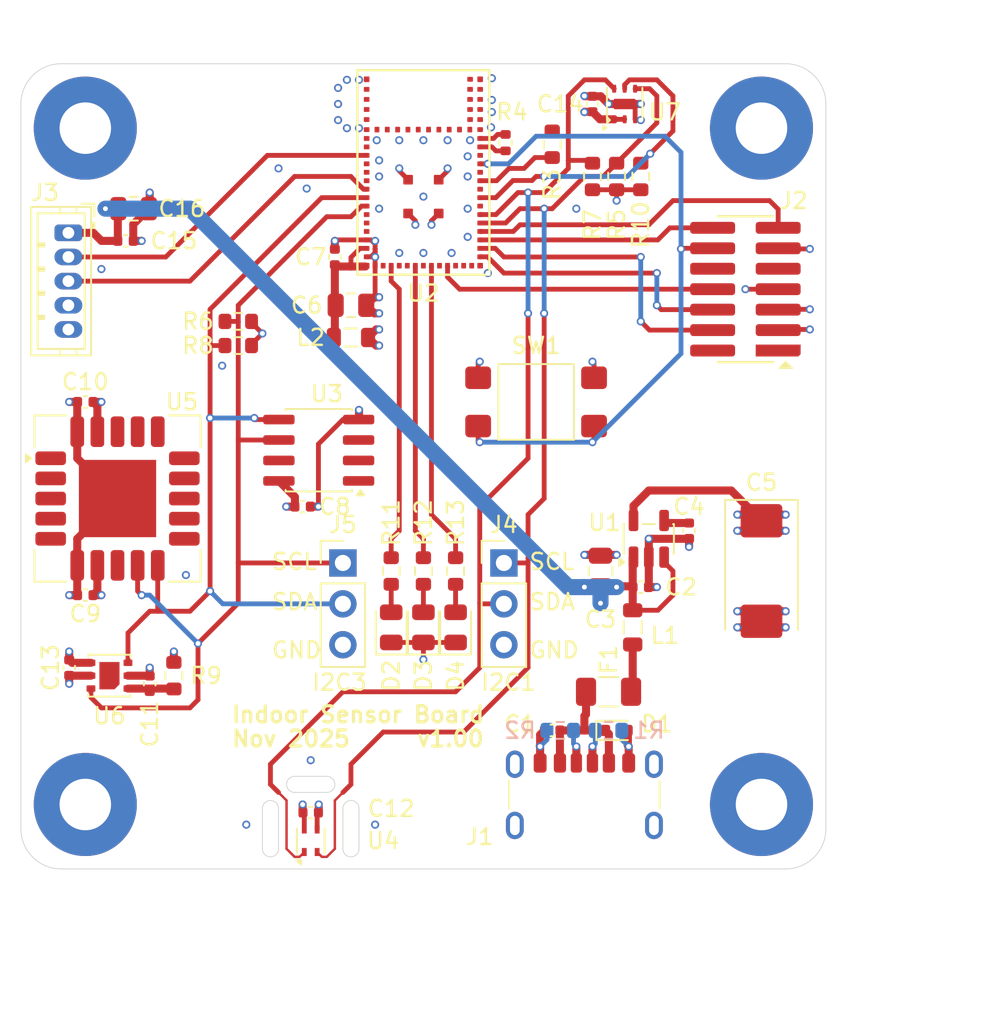
<source format=kicad_pcb>
(kicad_pcb (version 20241229) (generator "pcbnew") (generator_version "9.0")
  (layers (0 "F.Cu" signal) (4 "In1.Cu" power) (6 "In2.Cu" power) (2 "B.Cu" signal) (13 "F.Paste" user) (15 "B.Paste" user) (5 "F.SilkS" user "F.Silkscreen") (7 "B.SilkS" user "B.Silkscreen") (1 "F.Mask" user) (3 "B.Mask" user) (25 "Edge.Cuts" user))
  (net 0 "")
  (net 1 "/VBUS")
  (net 2 "+3.3V")
  (net 3 "GND")
  (net 4 "Net-(J1-CC1)")
  (net 5 "Net-(J1-CC2)")
  (net 15 "/MCU/VDD_MCU")
  (net 16 "/MCU/NRST")
  (net 17 "/MCU/VCP_TX")
  (net 18 "/MCU/SWDIO")
  (net 19 "/MCU/SWO")
  (net 20 "/MCU/SWCLK")
  (net 21 "/MCU/VCP_RX")
  (net 22 "/MCU/BOOT0")
  (net 23 "UART_MOSI")
  (net 24 "UART_MISO")
  (net 25 "Net-(U6-VDD)")
  (net 26 "/MCU/ANT")
  (net 27 "I2C3_SCL")
  (net 28 "I2C1_SDA")
  (net 29 "I2C3_SDA")
  (net 30 "I2C1_SCL")
  (net 32 "INT_ALS")
  (net 33 "+5V")
  (net 34 "Net-(F1-Pad2)")
  (net 35 "Net-(U2-ANT_IN)")
  (net 36 "Net-(U1-BP)")
  (net 58 "Net-(D2-A)")
  (net 59 "Net-(D3-A)")
  (net 60 "Net-(D4-A)")
  (net 61 "/MCU/LED0")
  (net 62 "/MCU/LED1")
  (net 63 "/MCU/LED2")
  (footprint "Capacitor_SMD:C_0402_1005Metric" (layer "F.Cu") (at 78 112.5 90)
    (property "Reference" "C13")
    (property "Value" "1u")
  )
  (footprint "MountingHole:MountingHole_3.2mm_M3_Pad" (layer "F.Cu") (at 121 79)
    (property "Reference" "H2" (hide yes))
    (property "Value" "M3" (hide yes))
  )
  (footprint "Capacitor_SMD:C_0402_1005Metric" (layer "F.Cu") (at 110.5 77.5 90)
    (property "Reference" "C14")
    (property "Value" "0.1u")
  )
  (footprint "Resistor_SMD:R_0603_1608Metric" (layer "F.Cu") (at 88.5 91 180)
    (property "Reference" "R6")
    (property "Value" "1.5k")
  )
  (footprint "Resistor_SMD:R_0603_1608Metric" (layer "F.Cu") (at 110.5 82 90)
    (property "Reference" "R5")
    (property "Value" "4.7k")
  )
  (footprint "Capacitor_SMD:C_0402_1005Metric" (layer "F.Cu") (at 79 96 180)
    (property "Reference" "C10")
    (property "Value" "0.1u")
  )
  (footprint "Connector_PinHeader_2.54mm:PinHeader_1x03_P2.54mm_Vertical" (layer "F.Cu") (at 95 106)
    (property "Reference" "J5")
    (property "Value" "Conn_01x03")
  )
  (footprint "Diode_SMD:D_SOD-523" (layer "F.Cu") (at 112 116.4)
    (property "Reference" "D1")
    (property "Value" "ESD5Z5.0")
  )
  (footprint "DWlib:STM32WBA5MMG" (layer "F.Cu") (at 100 81.75)
    (property "Reference" "U2")
    (property "Value" "STM32WBA5MMG")
  )
  (footprint "Inductor_SMD:L_0805_2012Metric" (layer "F.Cu") (at 113 110 90)
    (property "Reference" "L1")
    (property "Value" "600R")
  )
  (footprint "LED_SMD:LED_0805_2012Metric" (layer "F.Cu") (at 102 110 90)
    (property "Reference" "D4")
    (property "Value" "GRN")
  )
  (footprint "LED_SMD:LED_0805_2012Metric" (layer "F.Cu") (at 100 110 90)
    (property "Reference" "D3")
    (property "Value" "YEL")
  )
  (footprint "MountingHole:MountingHole_3.2mm_M3_Pad" (layer "F.Cu") (at 79 121)
    (property "Reference" "H3" (hide yes))
    (property "Value" "M3" (hide yes))
  )
  (footprint "DWlib:SAMTEC_FTSH-107-01-L-DV-K-A" (layer "F.Cu") (at 120 89 90)
    (property "Reference" "J2")
    (property "Value" "STDC14")
  )
  (footprint "Connector_USB:USB_C_Receptacle_GCT_USB4125-xx-x-0190_6P_TopMnt_Horizontal" (layer "F.Cu") (at 110 121.5)
    (property "Reference" "J1")
    (property "Value" "USB4125-GF-A")
  )
  (footprint "Sensor:Sensirion_SCD4x-1EP_10.1x10.1mm_P1.25mm_EP4.8x4.8mm" (layer "F.Cu") (at 81 102)
    (property "Reference" "U5")
    (property "Value" "SCD41-D-R2")
  )
  (footprint "Capacitor_SMD:C_0402_1005Metric" (layer "F.Cu") (at 94.5 87 90)
    (property "Reference" "C7")
    (property "Value" "0.1u")
  )
  (footprint "Capacitor_SMD:C_0805_2012Metric" (layer "F.Cu") (at 111 106.5 90)
    (property "Reference" "C3")
    (property "Value" "4.7u")
  )
  (footprint "Capacitor_SMD:C_0402_1005Metric" (layer "F.Cu") (at 83 113.5 90)
    (property "Reference" "C11")
    (property "Value" "1u")
  )
  (footprint "Resistor_SMD:R_0603_1608Metric" (layer "F.Cu") (at 98 106.5 -90)
    (property "Reference" "R11")
    (property "Value" "270R")
  )
  (footprint "DWlib:SW_Push_1P1T_NO_E-Switch_TL3305AFxxxQG" (layer "F.Cu") (at 107 96)
    (property "Reference" "SW1")
    (property "Value" "TL3305")
  )
  (footprint "Inductor_SMD:L_0805_2012Metric" (layer "F.Cu") (at 95.5 92 180)
    (property "Reference" "L2")
    (property "Value" "600R")
  )
  (footprint "DWlib:TI_USON-6-1EP_2x2mm_P0.5mm_EP0.65x1.35mm" (layer "F.Cu") (at 112.5 77.5 90)
    (property "Reference" "U7")
    (property "Value" "OPT4001DNPRQ1")
  )
  (footprint "Resistor_SMD:R_0603_1608Metric" (layer "F.Cu") (at 102 106.5 -90)
    (property "Reference" "R13")
    (property "Value" "270R")
  )
  (footprint "Capacitor_SMD:C_0402_1005Metric" (layer "F.Cu") (at 92.5 102.5)
    (property "Reference" "C8")
    (property "Value" "0.1u")
  )
  (footprint "MountingHole:MountingHole_3.2mm_M3_Pad" (layer "F.Cu") (at 79 79)
    (property "Reference" "H1" (hide yes))
    (property "Value" "M3" (hide yes))
  )
  (footprint "Capacitor_Tantalum_SMD:CP_EIA-7343-31_Kemet-D" (layer "F.Cu") (at 121 106.5 -90)
    (property "Reference" "C5")
    (property "Value" "47u")
  )
  (footprint "Capacitor_SMD:C_0402_1005Metric" (layer "F.Cu") (at 108 116.4 180)
    (property "Reference" "C1")
    (property "Value" "10n")
  )
  (footprint "Resistor_SMD:R_0603_1608Metric" (layer "F.Cu") (at 88.5 92.5 180)
    (property "Reference" "R8")
    (property "Value" "1.5k")
  )
  (footprint "Resistor_SMD:R_0603_1608Metric" (layer "F.Cu") (at 113.5 82 -90)
    (property "Reference" "R10")
    (property "Value" "10k")
  )
  (footprint "Sensor_Humidity:Sensirion_DFN-4_1.5x1.5mm_P0.8mm_SHT4x_NoCentralPad" (layer "F.Cu") (at 93 123.25 90)
    (property "Reference" "U4")
    (property "Value" "SHT45-AD1F")
  )
  (footprint "Fuse:Fuse_1206_3216Metric" (layer "F.Cu") (at 111.5 114)
    (property "Reference" "F1")
    (property "Value" "500mA")
  )
  (footprint "Resistor_SMD:R_0603_1608Metric" (layer "F.Cu") (at 84.5 113 -90)
    (property "Reference" "R9")
    (property "Value" "4.7R")
  )
  (footprint "Package_SO:SOIC-8_3.9x4.9mm_P1.27mm" (layer "F.Cu") (at 93.5 99 180)
    (property "Reference" "U3")
    (property "Value" "FM24CL16B")
  )
  (footprint "DWlib:Sensirion_DFN-6-1EP_2.44x2.44mm_P0.5mm_EP1.25x1.7mm_SGP4x" (layer "F.Cu") (at 80.5 113 180)
    (property "Reference" "U6")
    (property "Value" "SGP41")
  )
  (footprint "Capacitor_SMD:C_0402_1005Metric" (layer "F.Cu") (at 116.5 104 -90)
    (property "Reference" "C4")
    (property "Value" "470p")
  )
  (footprint "Capacitor_SMD:C_0402_1005Metric" (layer "F.Cu") (at 79 108 180)
    (property "Reference" "C9")
    (property "Value" "0.1u")
  )
  (footprint "Resistor_SMD:R_0603_1608Metric" (layer "F.Cu") (at 112 82 90)
    (property "Reference" "R7")
    (property "Value" "4.7k")
  )
  (footprint "Capacitor_SMD:C_0402_1005Metric" (layer "F.Cu") (at 81.5 86)
    (property "Reference" "C15")
    (property "Value" "0.1u")
  )
  (footprint "Package_TO_SOT_SMD:SOT-23-5" (layer "F.Cu") (at 114 104.5 90)
    (property "Reference" "U1")
    (property "Value" "MIC5219-3.3YM5")
  )
  (footprint "Resistor_SMD:R_0603_1608Metric" (layer "F.Cu") (at 108 80 90)
    (property "Reference" "R3")
    (property "Value" "10k")
  )
  (footprint "Capacitor_SMD:C_0805_2012Metric" (layer "F.Cu") (at 82 84)
    (property "Reference" "C16")
    (property "Value" "4.7u")
  )
  (footprint "Capacitor_SMD:C_0402_1005Metric" (layer "F.Cu") (at 113.5 107.5)
    (property "Reference" "C2")
    (property "Value" "0.1u")
  )
  (footprint "Connector_PinHeader_2.54mm:PinHeader_1x03_P2.54mm_Vertical" (layer "F.Cu") (at 105 106)
    (property "Reference" "J4")
    (property "Value" "Conn_01x03")
  )
  (footprint "Resistor_SMD:R_0603_1608Metric" (layer "F.Cu") (at 100 106.5 -90)
    (property "Reference" "R12")
    (property "Value" "270R")
  )
  (footprint "Capacitor_SMD:C_0805_2012Metric" (layer "F.Cu") (at 95.5 90)
    (property "Reference" "C6")
    (property "Value" "4.7u")
  )
  (footprint "Capacitor_SMD:C_0402_1005Metric" (layer "F.Cu") (at 93 121.5 180)
    (property "Reference" "C12")
    (property "Value" "0.1u")
  )
  (footprint "MountingHole:MountingHole_3.2mm_M3_Pad" (layer "F.Cu") (at 121 121)
    (property "Reference" "H4" (hide yes))
    (property "Value" "M3" (hide yes))
  )
  (footprint "LED_SMD:LED_0805_2012Metric" (layer "F.Cu") (at 98 110 90)
    (property "Reference" "D2")
    (property "Value" "RED")
  )
  (footprint "Resistor_SMD:R_0402_1005Metric" (layer "F.Cu") (at 105.1 79.9 90)
    (property "Reference" "R4")
    (property "Value" "0R")
  )
  (footprint "Connector_JST:JST_ZH_B5B-ZR_1x05_P1.50mm_Vertical" (layer "F.Cu") (at 77.95 85.5 -90)
    (property "Reference" "J3")
    (property "Value" "B5B-ZR")
  )
  (footprint "Resistor_SMD:R_0603_1608Metric" (layer "B.Cu") (at 108.5 116.4 180)
    (property "Reference" "R2")
    (property "Value" "5.1k")
  )
  (footprint "Resistor_SMD:R_0603_1608Metric" (layer "B.Cu") (at 111.5 116.4)
    (property "Reference" "R1")
    (property "Value" "5.1k")
  )
  (gr_line (start 90 121.25) (end 90 123.75) (stroke (width 0.05)) (layer "Edge.Cuts"))
  (gr_line (start 122.5 125) (end 77.5 125) (stroke (width 0.05)) (layer "Edge.Cuts"))
  (gr_line (start 92 119.25) (end 94 119.25) (stroke (width 0.05)) (layer "Edge.Cuts"))
  (gr_line (start 92 120.25) (end 94 120.25) (stroke (width 0.05)) (layer "Edge.Cuts"))
  (gr_arc (start 122.5 75) (mid 124.267767 75.732233) (end 125 77.5) (stroke (width 0.05)) (layer "Edge.Cuts"))
  (gr_arc (start 96 123.75) (mid 95.5 124.25) (end 95 123.75) (stroke (width 0.05)) (layer "Edge.Cuts"))
  (gr_arc (start 77.5 125) (mid 75.732233 124.267767) (end 75 122.5) (stroke (width 0.05)) (layer "Edge.Cuts"))
  (gr_line (start 96 121.25) (end 96 123.75) (stroke (width 0.05)) (layer "Edge.Cuts"))
  (gr_arc (start 94 119.25) (mid 94.5 119.75) (end 94 120.25) (stroke (width 0.05)) (layer "Edge.Cuts"))
  (gr_line (start 125 77.5) (end 125 122.5) (stroke (width 0.05)) (layer "Edge.Cuts"))
  (gr_arc (start 75 77.5) (mid 75.732233 75.732233) (end 77.5 75) (stroke (width 0.05)) (layer "Edge.Cuts"))
  (gr_line (start 77.5 75) (end 122.5 75) (stroke (width 0.05)) (layer "Edge.Cuts"))
  (gr_arc (start 91 123.75) (mid 90.5 124.25) (end 90 123.75) (stroke (width 0.05)) (layer "Edge.Cuts"))
  (gr_arc (start 95 121.25) (mid 95.5 120.75) (end 96 121.25) (stroke (width 0.05)) (layer "Edge.Cuts"))
  (gr_line (start 91 121.25) (end 91 123.75) (stroke (width 0.05)) (layer "Edge.Cuts"))
  (gr_arc (start 90 121.25) (mid 90.5 120.75) (end 91 121.25) (stroke (width 0.05)) (layer "Edge.Cuts"))
  (gr_arc (start 125 122.5) (mid 124.267767 124.267767) (end 122.5 125) (stroke (width 0.05)) (layer "Edge.Cuts"))
  (gr_arc (start 92 120.25) (mid 91.5 119.75) (end 92 119.25) (stroke (width 0.05)) (layer "Edge.Cuts"))
  (gr_line (start 75 122.5) (end 75 77.5) (stroke (width 0.05)) (layer "Edge.Cuts"))
  (gr_line (start 95 121.25) (end 95 123.75) (stroke (width 0.05)) (layer "Edge.Cuts"))
  (gr_text "SDA" (at 90.5 109 0) (layer "F.SilkS") (effects (font (size 1 1)) (justify left bottom)))
  (gr_text "v1.00" (at 99.5 117.5 0) (layer "F.SilkS") (effects (font (size 1 1) (thickness 0.2)) (justify left bottom)))
  (gr_text "SDA" (at 106.5 109 0) (layer "F.SilkS") (effects (font (size 1 1)) (justify left bottom)))
  (gr_text "GND" (at 106.5 112 0) (layer "F.SilkS") (effects (font (size 1 1)) (justify left bottom)))
  (gr_text "I2C3" (at 93 114 0) (layer "F.SilkS") (effects (font (size 1 1)) (justify left bottom)))
  (gr_text "GND" (at 90.5 112 0) (layer "F.SilkS") (effects (font (size 1 1)) (justify left bottom)))
  (gr_text "Nov 2025" (at 88 117.5 0) (layer "F.SilkS") (effects (font (size 1 1) (thickness 0.2)) (justify left bottom)))
  (gr_text "I2C1" (at 103.5 114 0) (layer "F.SilkS") (effects (font (size 1 1)) (justify left bottom)))
  (gr_text "SCL" (at 90.5 106.5 0) (layer "F.SilkS") (effects (font (size 1 1)) (justify left bottom)))
  (gr_text "SCL" (at 106.5 106.5 0) (layer "F.SilkS") (effects (font (size 1 1)) (justify left bottom)))
  (gr_text "Indoor Sensor Board" (at 88 116 0) (layer "F.SilkS") (effects (font (size 1 1) (thickness 0.2)) (justify left bottom)))
  (segment (start 110.1 115.4) (end 110.1 114) (width 0.5) (layer "F.Cu") (net 1))
  (segment (start 111.3 116.4) (end 110 116.4) (width 0.5) (layer "F.Cu") (net 1))
  (segment (start 108.48 118.42) (end 108.48 116.4) (width 0.5) (layer "F.Cu") (net 1))
  (segment (start 111.52 116.62) (end 111.3 116.4) (width 0.5) (layer "F.Cu") (net 1))
  (segment (start 111.52 118.42) (end 111.52 116.62) (width 0.5) (layer "F.Cu") (net 1))
  (segment (start 110 115.5) (end 110.1 115.4) (width 0.5) (layer "F.Cu") (net 1))
  (segment (start 108.48 116.4) (end 110 116.4) (width 0.5) (layer "F.Cu") (net 1))
  (segment (start 110 116.4) (end 110 115.5) (width 0.5) (layer "F.Cu") (net 1))
  (segment (start 119.5 104) (end 122.5 104) (width 0.5) (layer "F.Cu") (net 2))
  (segment (start 112.5 78.45) (end 111.85 78.45) (width 0.3) (layer "F.Cu") (net 2))
  (segment (start 79.75 107.73) (end 79.48 108) (width 0.5) (layer "F.Cu") (net 2))
  (segment (start 93.4 122.55) (end 93.4 121.33) (width 0.3) (layer "F.Cu") (net 2))
  (segment (start 97.0625 91.5) (end 96.5625 92) (width 0.5) (layer "F.Cu") (net 2))
  (segment (start 114 101.5) (end 119.12 101.5) (width 0.5) (layer "F.Cu") (net 2))
  (segment (start 112 83.5) (end 112 82.825) (width 0.3) (layer "F.Cu") (net 2))
  (segment (start 110.02 77.98) (end 110.5 77.98) (width 0.5) (layer "F.Cu") (net 2))
  (segment (start 80 108) (end 79.48 108) (width 0.5) (layer "F.Cu") (net 2))
  (segment (start 113.05 103.3625) (end 113.05 102.45) (width 0.5) (layer "F.Cu") (net 2))
  (segment (start 92.02 101.9) (end 91.025 100.905) (width 0.5) (layer "F.Cu") (net 2))
  (segment (start 110.5 77.98) (end 110.97 78.45) (width 0.5) (layer "F.Cu") (net 2))
  (segment (start 97.25 91.5) (end 97.0625 91.5) (width 0.5) (layer "F.Cu") (net 2))
  (segment (start 93.4 121.58) (end 93.48 121.5) (width 0.3) (layer "F.Cu") (net 2))
  (segment (start 89.325 92.425) (end 90 91.75) (width 0.3) (layer "F.Cu") (net 2))
  (segment (start 93.5 121.48) (end 93.48 121.5) (width 0.5) (layer "F.Cu") (net 2))
  (segment (start 124 91.5) (end 122.075 91.5) (width 0.3) (layer "F.Cu") (net 2))
  (segment (start 89.325 91.075) (end 90 91.75) (width 0.3) (layer "F.Cu") (net 2))
  (segment (start 93.5 121) (end 93.5 121.48) (width 0.5) (layer "F.Cu") (net 2))
  (segment (start 91.48 102.5) (end 92.02 102.5) (width 0.5) (layer "F.Cu") (net 2))
  (segment (start 78.02 113) (end 78 112.98) (width 0.5) (layer "F.Cu") (net 2))
  (segment (start 119.5 103) (end 122.5 103) (width 0.5) (layer "F.Cu") (net 2))
  (segment (start 79.75 97.85) (end 79.75 96.27) (width 0.5) (layer "F.Cu") (net 2))
  (segment (start 79.75 106.15) (end 79.75 107.73) (width 0.5) (layer "F.Cu") (net 2))
  (segment (start 122.075 91.5) (end 122.035 91.54) (width 0.3) (layer "F.Cu") (net 2))
  (segment (start 79.35 113) (end 78.02 113) (width 0.5) (layer "F.Cu") (net 2))
  (segment (start 78 113.5) (end 78 112.98) (width 0.5) (layer "F.Cu") (net 2))
  (segment (start 113.05 102.45) (end 114 101.5) (width 0.5) (layer "F.Cu") (net 2))
  (segment (start 97.25 92.5) (end 97.0625 92.5) (width 0.5) (layer "F.Cu") (net 2))
  (segment (start 97.0625 92.5) (end 96.5625 92) (width 0.5) (layer "F.Cu") (net 2))
  (segment (start 80 96) (end 79.48 96) (width 0.5) (layer "F.Cu") (net 2))
  (segment (start 119.12 101.5) (end 121 103.38) (width 0.5) (layer "F.Cu") (net 2))
  (segment (start 84.5 111.5) (end 84.5 112.175) (width 0.5) (layer "F.Cu") (net 2))
  (segment (start 110.97 78.45) (end 111.85 78.45) (width 0.5) (layer "F.Cu") (net 2))
  (segment (start 79.75 96.27) (end 79.48 96) (width 0.5) (layer "F.Cu") (net 2))
  (segment (start 110.5 82.825) (end 113.5 82.825) (width 0.3) (layer "F.Cu") (net 2))
  (segment (start 92.02 102.5) (end 92.02 101.9) (width 0.5) (layer "F.Cu") (net 2))
  (segment (start 110 78) (end 110.02 77.98) (width 0.5) (layer "F.Cu") (net 2))
  (via (at 80 108) (size 0.5) (drill 0.3) (layers "F.Cu" "B.Cu") (net 2))
  (via (at 119.5 103) (size 0.5) (drill 0.3) (layers "F.Cu" "B.Cu") (net 2))
  (via (at 97.25 92.5) (size 0.5) (drill 0.3) (layers "F.Cu" "B.Cu") (net 2))
  (via (at 122.5 103) (size 0.5) (drill 0.3) (layers "F.Cu" "B.Cu") (net 2))
  (via (at 119.5 104) (size 0.5) (drill 0.3) (layers "F.Cu" "B.Cu") (net 2))
  (via (at 93.5 121) (size 0.5) (drill 0.3) (layers "F.Cu" "B.Cu") (net 2))
  (via (at 97.25 91.5) (size 0.5) (drill 0.3) (layers "F.Cu" "B.Cu") (net 2))
  (via (at 110 78) (size 0.5) (drill 0.3) (layers "F.Cu" "B.Cu") (net 2))
  (via (at 124 91.5) (size 0.5) (drill 0.3) (layers "F.Cu" "B.Cu") (net 2))
  (via (at 91.48 102.5) (size 0.5) (drill 0.3) (layers "F.Cu" "B.Cu") (net 2))
  (via (at 112 83.5) (size 0.5) (drill 0.3) (layers "F.Cu" "B.Cu") (net 2))
  (via (at 84.5 111.5) (size 0.5) (drill 0.3) (layers "F.Cu" "B.Cu") (net 2))
  (via (at 78 113.5) (size 0.5) (drill 0.3) (layers "F.Cu" "B.Cu") (net 2))
  (via (at 80 96) (size 0.5) (drill 0.3) (layers "F.Cu" "B.Cu") (net 2))
  (via (at 90 91.75) (size 0.5) (drill 0.3) (layers "F.Cu" "B.Cu") (net 2))
  (via (at 122.5 104) (size 0.5) (drill 0.3) (layers "F.Cu" "B.Cu") (net 2))
  (segment (start 78.5 104.5) (end 81 102) (width 0.5) (layer "F.Cu") (net 3))
  (segment (start 122.055 90.25) (end 122.035 90.27) (width 0.3) (layer "F.Cu") (net 3))
  (segment (start 81.98 86) (end 81.98 84.97) (width 0.5) (layer "F.Cu") (net 3))
  (segment (start 78 111.5) (end 78 112.02) (width 0.5) (layer "F.Cu") (net 3))
  (segment (start 79.35 112.2) (end 78.18 112.2) (width 0.5) (layer "F.Cu") (net 3))
  (segment (start 100.5 84.75) (end 100.95 84.3) (width 0.3) (layer "F.Cu") (net 3))
  (segment (start 99.5 84.75) (end 99.05 84.3) (width 0.3) (layer "F.Cu") (net 3))
  (segment (start 110.6 94.5) (end 110.6 93.6) (width 0.3) (layer "F.Cu") (net 3))
  (segment (start 98.5 81.5) (end 98.5 81.65) (width 0.3) (layer "F.Cu") (net 3))
  (segment (start 124 86.5) (end 122.075 86.5) (width 0.3) (layer "F.Cu") (net 3))
  (segment (start 98.5 81.65) (end 99.05 82.2) (width 0.3) (layer "F.Cu") (net 3))
  (segment (start 113.15 78.45) (end 113.15 77.65) (width 0.3) (layer "F.Cu") (net 3))
  (segment (start 78 108) (end 78.52 108) (width 0.5) (layer "F.Cu") (net 3))
  (segment (start 97 87.54) (end 97 89.45) (width 0.3) (layer "F.Cu") (net 3))
  (segment (start 83 83.95) (end 82.95 84) (width 0.5) (layer "F.Cu") (net 3))
  (segment (start 112.75 118.42) (end 112.75 117.4) (width 0.5) (layer "F.Cu") (net 3))
  (segment (start 97.001 86.194724) (end 96.746276 85.94) (width 0.3) (layer "F.Cu") (net 3))
  (segment (start 96.746276 86.99) (end 97.001 86.735276) (width 0.3) (layer "F.Cu") (net 3))
  (segment (start 110.02 77.02) (end 110.5 77.02) (width 0.5) (layer "F.Cu") (net 3))
  (segment (start 78.18 112.2) (end 78 112.02) (width 0.5) (layer "F.Cu") (net 3))
  (segment (start 78 96) (end 78.52 96) (width 0.5) (layer "F.Cu") (net 3))
  (segment (start 111.02 77.02) (end 110.5 77.02) (width 0.5) (layer "F.Cu") (net 3))
  (segment (start 113.2 78.5) (end 113.15 78.45) (width 0.3) (layer "F.Cu") (net 3))
  (segment (start 114 104.5) (end 116.48 104.5) (width 0.5) (layer "F.Cu") (net 3))
  (segment (start 78.5 96.02) (end 78.52 96) (width 0.5) (layer "F.Cu") (net 3))
  (segment (start 97 89.45) (end 96.45 90) (width 0.3) (layer "F.Cu") (net 3))
  (segment (start 110.6 93.6) (end 110.5 93.5) (width 0.3) (layer "F.Cu") (net 3))
  (segment (start 111.5 77.5) (end 111.02 77.02) (width 0.5) (layer "F.Cu") (net 3))
  (segment (start 81.98 84.97) (end 82.95 84) (width 0.5) (layer "F.Cu") (net 3))
  (segment (start 99.5 85) (end 99.5 84.75) (width 0.3) (layer "F.Cu") (net 3))
  (segment (start 112.7 117.35) (end 112.75 117.4) (width 0.5) (layer "F.Cu") (net 3))
  (segment (start 81.65 113) (end 82.98 113) (width 0.5) (layer "F.Cu") (net 3))
  (segment (start 119.5 109) (end 122.5 109) (width 0.5) (layer "F.Cu") (net 3))
  (segment (start 113.5 77.5) (end 111.5 77.5) (width 0.5) (layer "F.Cu") (net 3))
  (segment (start 94.5 86) (end 94.5 86.52) (width 0.5) (layer "F.Cu") (net 3))
  (segment (start 96.475 86.99) (end 96.746276 86.99) (width 0.3) (layer "F.Cu") (net 3))
  (segment (start 97.25 89.5) (end 96.95 89.5) (width 0.5) (layer "F.Cu") (net 3))
  (segment (start 92.6 121.58) (end 92.52 121.5) (width 0.3) (layer "F.Cu") (net 3))
  (segment (start 78.5 107.98) (end 78.52 108) (width 0.5) (layer "F.Cu") (net 3))
  (segment (start 78.5 106.15) (end 78.5 107.98) (width 0.5) (layer "F.Cu") (net 3))
  (segment (start 100.5 85) (end 100.5 84.75) (width 0.3) (layer "F.Cu") (net 3))
  (segment (start 114.5 107.5) (end 113.98 107.5) (width 0.5) (layer "F.Cu") (net 3))
  (segment (start 96.746276 85.94) (end 96.475 85.94) (width 0.3) (layer "F.Cu") (net 3))
  (segment (start 78.5 99.5) (end 81 102) (width 0.5) (layer "F.Cu") (net 3))
  (segment (start 114 107.48) (end 113.98 107.5) (width 0.5) (layer "F.Cu") (net 3))
  (segment (start 97 87.54) (end 97 86.501) (width 0.3) (layer "F.Cu") (net 3))
  (segment (start 107.25 117.4) (end 107.25 116.67) (width 0.5) (layer "F.Cu") (net 3))
  (segment (start 120 89) (end 122.035 89) (width 0.3) (layer "F.Cu") (net 3))
  (segment (start 93.48 102.5) (end 93.48 98.615001) (width 0.3) (layer "F.Cu") (net 3))
  (segment (start 93.48 98.615001) (end 95.000001 97.095) (width 0.3) (layer "F.Cu") (net 3))
  (segment (start 112 105.5) (end 110 105.5) (width 0.5) (layer "F.Cu") (net 3))
  (segment (start 96 96.5) (end 96 97.07) (width 0.5) (layer "F.Cu") (net 3))
  (segment (start 92.5 121.48) (end 92.52 121.5) (width 0.5) (layer "F.Cu") (net 3))
  (segment (start 97.001 86.735276) (end 97.001 86.5) (width 0.3) (layer "F.Cu") (net 3))
  (segment (start 107.25 118.42) (end 107.25 117.4) (width 0.5) (layer "F.Cu") (net 3))
  (segment (start 82.98 113) (end 83 113.02) (width 0.5) (layer "F.Cu") (net 3))
  (segment (start 92.6 122.55) (end 92.6 121.33) (width 0.3) (layer "F.Cu") (net 3))
  (segment (start 96.95 90.5) (end 96.45 90) (width 0.5) (layer "F.Cu") (net 3))
  (segment (start 114 104.5) (end 114 107.48) (width 0.5) (layer "F.Cu") (net 3))
  (segment (start 103.4 94.5) (end 103.4 93.6) (width 0.3) (layer "F.Cu") (net 3))
  (segment (start 116.48 104.5) (end 116.5 104.48) (width 0.5) (layer "F.Cu") (net 3))
  (segment (start 95.000001 97.095) (end 95.975 97.095) (width 0.3) (layer "F.Cu") (net 3))
  (segment (start 78.5 97.85) (end 78.5 96.02) (width 0.5) (layer "F.Cu") (net 3))
  (segment (start 97 86.501) (end 97.001 86.5) (width 0.3) (layer "F.Cu") (net 3))
  (segment (start 113 77.5) (end 111.5 77.5) (width 0.3) (layer "F.Cu") (net 3))
  (segment (start 113.15 77.65) (end 113 77.5) (width 0.3) (layer "F.Cu") (net 3))
  (segment (start 107.25 116.67) (end 107.52 116.4) (width 0.5) (layer "F.Cu") (net 3))
  (segment (start 101.5 81.5) (end 101.5 81.65) (width 0.3) (layer "F.Cu") (net 3))
  (segment (start 96.475 85.94) (end 94.56 85.94) (width 0.3) (layer "F.Cu") (net 3))
  (segment (start 107.225 117.375) (end 107.25 117.4) (width 0.5) (layer "F.Cu") (net 3))
  (segment (start 113.5 78.5) (end 113.2 78.5) (width 0.3) (layer "F.Cu") (net 3))
  (segment (start 92.5 121) (end 92.5 121.48) (width 0.5) (layer "F.Cu") (net 3))
  (segment (start 110 77) (end 110.02 77.02) (width 0.5) (layer "F.Cu") (net 3))
  (segment (start 93.48 102.5) (end 92.98 102.5) (width 0.5) (layer "F.Cu") (net 3))
  (segment (start 119.5 110) (end 122.5 110) (width 0.5) (layer "F.Cu") (net 3))
  (segment (start 100 112) (end 100 110.9375) (width 0.3) (layer "F.Cu") (net 3))
  (segment (start 94.56 85.94) (end 94.5 86) (width 0.3) (layer "F.Cu") (net 3))
  (segment (start 97.25 90.5) (end 96.95 90.5) (width 0.5) (layer "F.Cu") (net 3))
  (segment (start 82.5 86) (end 81.98 86) (width 0.5) (layer "F.Cu") (net 3))
  (segment (start 96 97.07) (end 95.975 97.095) (width 0.5) (layer "F.Cu") (net 3))
  (segment (start 97.001 86.5) (end 97.001 86.194724) (width 0.3) (layer "F.Cu") (net 3))
  (segment (start 83 83) (end 83 83.95) (width 0.5) (layer "F.Cu") (net 3))
  (segment (start 96.95 89.5) (end 96.45 90) (width 0.5) (layer "F.Cu") (net 3))
  (segment (start 78.5 97.85) (end 78.5 99.5) (width 0.5) (layer "F.Cu") (net 3))
  (segment (start 112.7 116.4) (end 112.7 117.35) (width 0.5) (layer "F.Cu") (net 3))
  (segment (start 98 110.9375) (end 102 110.9375) (width 0.3) (layer "F.Cu") (net 3))
  (segment (start 78.5 106.15) (end 78.5 104.5) (width 0.5) (layer "F.Cu") (net 3))
  (segment (start 103.4 93.6) (end 103.5 93.5) (width 0.3) (layer "F.Cu") (net 3))
  (segment (start 124 90.25) (end 122.055 90.25) (width 0.3) (layer "F.Cu") (net 3))
  (segment (start 116.5 105) (end 116.5 104.48) (width 0.5) (layer "F.Cu") (net 3))
  (segment (start 101.5 81.65) (end 100.95 82.2) (width 0.3) (layer "F.Cu") (net 3))
  (segment (start 83 112.5) (end 83 113.02) (width 0.5) (layer "F.Cu") (net 3))
  (via (at 83 83) (size 0.5) (drill 0.3) (layers "F.Cu" "B.Cu") (net 3))
  (via (at 100 79.75) (size 0.5) (drill 0.3) (layers "F.Cu" "B.Cu") (net 3))
  (via (at 103.5 93.5) (size 0.5) (drill 0.3) (layers "F.Cu" "B.Cu") (net 3))
  (via (at 119.5 109) (size 0.5) (drill 0.3) (layers "F.Cu" "B.Cu") (net 3))
  (via (at 95.25 79) (size 0.5) (drill 0.3) (layers "F.Cu" "B.Cu") (net 3))
  (via (at 124 90.25) (size 0.5) (drill 0.3) (layers "F.Cu" "B.Cu") (net 3))
  (via (at 104 88) (size 0.5) (drill 0.3) (layers "F.Cu" "B.Cu") (net 3))
  (via (at 113.5 78.5) (size 0.5) (drill 0.3) (layers "F.Cu" "B.Cu") (net 3))
  (via (at 94.7 76.5) (size 0.5) (drill 0.3) (layers "F.Cu" "B.Cu") (net 3))
  (via (at 97 87) (size 0.5) (drill 0.3) (layers "F.Cu" "B.Cu") (net 3))
  (via (at 120 89) (size 0.5) (drill 0.3) (layers "F.Cu" "B.Cu") (net 3))
  (via (at 97.25 84) (size 0.5) (drill 0.3) (layers "F.Cu" "B.Cu") (net 3))
  (via (at 100 83.25) (size 0.5) (drill 0.3) (layers "F.Cu" "B.Cu") (net 3))
  (via (at 107.25 117.4) (size 0.5) (drill 0.3) (layers "F.Cu" "B.Cu") (net 3))
  (via (at 102.900001 79.749925) (size 0.5) (drill 0.3) (layers "F.Cu" "B.Cu") (net 3))
  (via (at 110 105.5) (size 0.5) (drill 0.3) (layers "F.Cu" "B.Cu") (net 3))
  (via (at 94.5 86) (size 0.5) (drill 0.3) (layers "F.Cu" "B.Cu") (net 3))
  (via (at 96 96.5) (size 0.5) (drill 0.3) (layers "F.Cu" "B.Cu") (net 3))
  (via (at 92.75 82.75) (size 0.5) (drill 0.3) (layers "F.Cu" "B.Cu") (net 3))
  (via (at 112.75 117.4) (size 0.5) (drill 0.3) (layers "F.Cu" "B.Cu") (net 3))
  (via (at 114.5 107.5) (size 0.5) (drill 0.3) (layers "F.Cu" "B.Cu") (net 3))
  (via (at 98.5 79.75) (size 0.5) (drill 0.3) (layers "F.Cu" "B.Cu") (net 3))
  (via (at 104.25 77.25) (size 0.5) (drill 0.3) (layers "F.Cu" "B.Cu") (net 3))
  (via (at 113.5 77.5) (size 0.5) (drill 0.3) (layers "F.Cu" "B.Cu") (net 3))
  (via (at 124 86.5) (size 0.5) (drill 0.3) (layers "F.Cu" "B.Cu") (net 3))
  (via (at 101.5 81.5) (size 0.5) (drill 0.3) (layers "F.Cu" "B.Cu") (net 3))
  (via (at 96 79) (size 0.5) (drill 0.3) (layers "F.Cu" "B.Cu") (net 3))
  (via (at 109.5 84) (size 0.5) (drill 0.3) (layers "F.Cu" "B.Cu") (net 3))
  (via (at 100 86.75) (size 0.5) (drill 0.3) (layers "F.Cu" "B.Cu") (net 3))
  (via (at 119.5 110) (size 0.5) (drill 0.3) (layers "F.Cu" "B.Cu") (net 3))
  (via (at 104.25 78) (size 0.5) (drill 0.3) (layers "F.Cu" "B.Cu") (net 3))
  (via (at 97.1 79.750003) (size 0.5) (drill 0.3) (layers "F.Cu" "B.Cu") (net 3))
  (via (at 110.5 93.5) (size 0.5) (drill 0.3) (layers "F.Cu" "B.Cu") (net 3))
  (via (at 111.5 77.5) (size 0.5) (drill 0.3) (layers "F.Cu" "B.Cu") (net 3))
  (via (at 91 81.5) (size 0.5) (drill 0.3) (layers "F.Cu" "B.Cu") (net 3))
  (via (at 104.25 75.899997) (size 0.5) (drill 0.3) (layers "F.Cu" "B.Cu") (net 3))
  (via (at 101.75 86.75) (size 0.5) (drill 0.3) (layers "F.Cu" "B.Cu") (net 3))
  (via (at 93 118.25) (size 0.5) (drill 0.3) (layers "F.Cu" "B.Cu") (net 3))
  (via (at 99.5 85) (size 0.5) (drill 0.3) (layers "F.Cu" "B.Cu") (net 3))
  (via (at 102.75 84) (size 0.5) (drill 0.3) (layers "F.Cu" "B.Cu") (net 3))
  (via (at 102.75 80.75) (size 0.5) (drill 0.3) (layers "F.Cu" "B.Cu") (net 3))
  (via (at 78 111.5) (size 0.5) (drill 0.3) (layers "F.Cu" "B.Cu") (net 3))
  (via (at 98.5 86.75) (size 0.5) (drill 0.3) (layers "F.Cu" "B.Cu") (net 3))
  (via (at 97.25 89.5) (size 0.5) (drill 0.3) (layers "F.Cu" "B.Cu") (net 3))
  (via (at 94.7 77.5) (size 0.5) (drill 0.3) (layers "F.Cu" "B.Cu") (net 3))
  (via (at 92.5 121) (size 0.5) (drill 0.3) (layers "F.Cu" "B.Cu") (net 3))
  (via (at 94.7 78.5) (size 0.5) (drill 0.3) (layers "F.Cu" "B.Cu") (net 3))
  (via (at 97 86) (size 0.5) (drill 0.3) (layers "F.Cu" "B.Cu") (net 3))
  (via (at 97.25 81) (size 0.5) (drill 0.3) (layers "F.Cu" "B.Cu") (net 3))
  (via (at 100 112) (size 0.5) (drill 0.3) (layers "F.Cu" "B.Cu") (net 3))
  (via (at 93.48 102.5) (size 0.5) (drill 0.3) (layers "F.Cu" "B.Cu") (net 3))
  (via (at 96 76) (size 0.5) (drill 0.3) (layers "F.Cu" "B.Cu") (net 3))
  (via (at 122.5 109) (size 0.5) (drill 0.3) (layers "F.Cu" "B.Cu") (net 3))
  (via (at 97 122.25) (size 0.5) (drill 0.3) (layers "F.Cu" "B.Cu") (net 3))
  (via (at 87.5 93.75) (size 0.5) (drill 0.3) (layers "F.Cu" "B.Cu") (net 3))
  (via (at 116.5 105) (size 0.5) (drill 0.3) (layers "F.Cu" "B.Cu") (net 3))
  (via (at 122.5 110) (size 0.5) (drill 0.3) (layers "F.Cu" "B.Cu") (net 3))
  (via (at 95.25 76) (size 0.5) (drill 0.3) (layers "F.Cu" "B.Cu") (net 3))
  (via (at 102.75 85.75) (size 0.5) (drill 0.3) (layers "F.Cu" "B.Cu") (net 3))
  (via (at 110 77) (size 0.5) (drill 0.3) (layers "F.Cu" "B.Cu") (net 3))
  (via (at 102.75 82) (size 0.5) (drill 0.3) (layers "F.Cu" "B.Cu") (net 3))
  (via (at 89 122.25) (size 0.5) (drill 0.3) (layers "F.Cu" "B.Cu") (net 3))
  (via (at 104.203031 78.949117) (size 0.5) (drill 0.3) (layers "F.Cu" "B.Cu") (net 3))
  (via (at 114 104.5) (size 0.5) (drill 0.3) (layers "F.Cu" "B.Cu") (net 3))
  (via (at 100.5 85) (size 0.5) (drill 0.3) (layers "F.Cu" "B.Cu") (net 3))
  (via (at 78 108) (size 0.5) (drill 0.3) (layers "F.Cu" "B.Cu") (net 3))
  (via (at 98.5 81.5) (size 0.5) (drill 0.3) (layers "F.Cu" "B.Cu") (net 3))
  (via (at 112 105.5) (size 0.5) (drill 0.3) (layers "F.Cu" "B.Cu") (net 3))
  (via (at 97.25 82) (size 0.5) (drill 0.3) (layers "F.Cu" "B.Cu") (net 3))
  (via (at 82.5 86) (size 0.5) (drill 0.3) (layers "F.Cu" "B.Cu") (net 3))
  (via (at 78 96) (size 0.5) (drill 0.3) (layers "F.Cu" "B.Cu") (net 3))
  (via (at 85.25 106.75) (size 0.5) (drill 0.3) (layers "F.Cu" "B.Cu") (net 3))
  (via (at 83 112.5) (size 0.5) (drill 0.3) (layers "F.Cu" "B.Cu") (net 3))
  (via (at 80 87.75) (size 0.5) (drill 0.3) (layers "F.Cu" "B.Cu") (net 3))
  (via (at 101.5 79.75) (size 0.5) (drill 0.3) (layers "F.Cu" "B.Cu") (net 3))
  (via (at 97.25 90.5) (size 0.5) (drill 0.3) (layers "F.Cu" "B.Cu") (net 3))
  (segment (start 107.675 116.975) (end 107.25 117.4) (width 0.3) (layer "B.Cu") (net 3))
  (segment (start 112.325 116.4) (end 112.325 116.975) (width 0.3) (layer "B.Cu") (net 3))
  (segment (start 112.325 116.975) (end 112.75 117.4) (width 0.3) (layer "B.Cu") (net 3))
  (segment (start 107.675 116.4) (end 107.675 116.975) (width 0.3) (layer "B.Cu") (net 3))
  (segment (start 109.5 118.42) (end 109.5 117.4) (width 0.5) (layer "F.Cu") (net 4))
  (via (at 109.5 117.4) (size 0.5) (drill 0.3) (layers "F.Cu" "B.Cu") (net 4))
  (segment (start 109.325 116.4) (end 109.325 117.225) (width 0.3) (layer "B.Cu") (net 4))
  (segment (start 109.325 117.225) (end 109.5 117.4) (width 0.3) (layer "B.Cu") (net 4))
  (segment (start 110.5 118.42) (end 110.5 117.4) (width 0.5) (layer "F.Cu") (net 5))
  (via (at 110.5 117.4) (size 0.5) (drill 0.3) (layers "F.Cu" "B.Cu") (net 5))
  (segment (start 110.675 116.4) (end 110.675 117.225) (width 0.3) (layer "B.Cu") (net 5))
  (segment (start 110.675 117.225) (end 110.5 117.4) (width 0.3) (layer "B.Cu") (net 5))
  (segment (start 94.5 87.48) (end 94.611 87.591) (width 0.5) (layer "F.Cu") (net 15))
  (segment (start 96.062302 86.465) (end 96.475 86.465) (width 0.3) (layer "F.Cu") (net 15))
  (segment (start 94.5 91.9375) (end 94.4375 92) (width 0.5) (layer "F.Cu") (net 15))
  (segment (start 95.5 87.591) (end 95.5 87.027302) (width 0.3) (layer "F.Cu") (net 15))
  (segment (start 95.5 87.591) (end 96.399 87.591) (width 0.5) (layer "F.Cu") (net 15))
  (segment (start 94.611 87.591) (end 95.5 87.591) (width 0.5) (layer "F.Cu") (net 15))
  (segment (start 94.5 87.48) (end 94.5 91.9375) (width 0.5) (layer "F.Cu") (net 15))
  (segment (start 95.5 87.027302) (end 96.062302 86.465) (width 0.3) (layer "F.Cu") (net 15))
  (segment (start 117.965 86.46) (end 116.04 86.46) (width 0.3) (layer "F.Cu") (net 16))
  (segment (start 103.4 98.4) (end 103.5 98.5) (width 0.3) (layer "F.Cu") (net 16))
  (segment (start 104 81.215) (end 103.525 81.215) (width 0.3) (layer "F.Cu") (net 16))
  (segment (start 110.6 98.4) (end 110.5 98.5) (width 0.3) (layer "F.Cu") (net 16))
  (segment (start 110.6 97.5) (end 110.6 98.4) (width 0.3) (layer "F.Cu") (net 16))
  (segment (start 103.4 97.5) (end 103.4 98.4) (width 0.3) (layer "F.Cu") (net 16))
  (segment (start 116.04 86.46) (end 116 86.5) (width 0.3) (layer "F.Cu") (net 16))
  (via (at 103.5 98.5) (size 0.5) (drill 0.3) (layers "F.Cu" "B.Cu") (net 16))
  (via (at 104 81.215) (size 0.5) (drill 0.3) (layers "F.Cu" "B.Cu") (net 16))
  (via (at 110.5 98.5) (size 0.5) (drill 0.3) (layers "F.Cu" "B.Cu") (net 16))
  (via (at 116 86.5) (size 0.5) (drill 0.3) (layers "F.Cu" "B.Cu") (net 16))
  (segment (start 107 79.5) (end 115 79.5) (width 0.3) (layer "B.Cu") (net 16))
  (segment (start 116 80.5) (end 116 86.5) (width 0.3) (layer "B.Cu") (net 16))
  (segment (start 116 86.5) (end 116 93) (width 0.3) (layer "B.Cu") (net 16))
  (segment (start 105.285 81.215) (end 107 79.5) (width 0.3) (layer "B.Cu") (net 16))
  (segment (start 116 93) (end 110.5 98.5) (width 0.3) (layer "B.Cu") (net 16))
  (segment (start 103.5 98.5) (end 110.5 98.5) (width 0.3) (layer "B.Cu") (net 16))
  (segment (start 104 81.215) (end 105.285 81.215) (width 0.3) (layer "B.Cu") (net 16))
  (segment (start 115 79.5) (end 116 80.5) (width 0.3) (layer "B.Cu") (net 16))
  (segment (start 103.525 85.94) (end 114.56 85.94) (width 0.3) (layer "F.Cu") (net 17))
  (segment (start 115.31 85.19) (end 117.965 85.19) (width 0.3) (layer "F.Cu") (net 17))
  (segment (start 114.56 85.94) (end 115.31 85.19) (width 0.3) (layer "F.Cu") (net 17))
  (segment (start 114.04 91.54) (end 117.965 91.54) (width 0.3) (layer "F.Cu") (net 18))
  (segment (start 113.5 87) (end 105 87) (width 0.3) (layer "F.Cu") (net 18))
  (segment (start 105 87) (end 104.465 86.465) (width 0.3) (layer "F.Cu") (net 18))
  (segment (start 113.5 91) (end 114.04 91.54) (width 0.3) (layer "F.Cu") (net 18))
  (segment (start 104.465 86.465) (end 103.525 86.465) (width 0.3) (layer "F.Cu") (net 18))
  (via (at 113.5 91) (size 0.5) (drill 0.3) (layers "F.Cu" "B.Cu") (net 18))
  (via (at 113.5 87) (size 0.5) (drill 0.3) (layers "F.Cu" "B.Cu") (net 18))
  (segment (start 113.5 87) (end 113.5 91) (width 0.3) (layer "B.Cu") (net 18))
  (segment (start 102.25 89) (end 101.5 88.25) (width 0.3) (layer "F.Cu") (net 19))
  (segment (start 117.965 89) (end 102.25 89) (width 0.3) (layer "F.Cu") (net 19))
  (segment (start 101.5 88.25) (end 101.5 87.54) (width 0.3) (layer "F.Cu") (net 19))
  (segment (start 114.5 88) (end 105 88) (width 0.3) (layer "F.Cu") (net 20))
  (segment (start 114.5 90) (end 114.77 90.27) (width 0.3) (layer "F.Cu") (net 20))
  (segment (start 114.77 90.27) (end 117.965 90.27) (width 0.3) (layer "F.Cu") (net 20))
  (segment (start 103.99 86.99) (end 103.525 86.99) (width 0.3) (layer "F.Cu") (net 20))
  (segment (start 105 88) (end 103.99 86.99) (width 0.3) (layer "F.Cu") (net 20))
  (via (at 114.5 88) (size 0.5) (drill 0.3) (layers "F.Cu" "B.Cu") (net 20))
  (via (at 114.5 90) (size 0.5) (drill 0.3) (layers "F.Cu" "B.Cu") (net 20))
  (segment (start 114.5 88) (end 114.5 90) (width 0.3) (layer "B.Cu") (net 20))
  (segment (start 115.5 83.5) (end 121.5 83.5) (width 0.3) (layer "F.Cu") (net 21))
  (segment (start 114 85) (end 115.5 83.5) (width 0.3) (layer "F.Cu") (net 21))
  (segment (start 105.585 85.415) (end 106 85) (width 0.3) (layer "F.Cu") (net 21))
  (segment (start 121.5 83.5) (end 122.035 84.035) (width 0.3) (layer "F.Cu") (net 21))
  (segment (start 103.525 85.415) (end 105.585 85.415) (width 0.3) (layer "F.Cu") (net 21))
  (segment (start 122.035 84.035) (end 122.035 85.19) (width 0.3) (layer "F.Cu") (net 21))
  (segment (start 106 85) (end 114 85) (width 0.3) (layer "F.Cu") (net 21))
  (segment (start 106.925 80.825) (end 108 80.825) (width 0.3) (layer "F.Cu") (net 22))
  (segment (start 106.25 81.5) (end 106.925 80.825) (width 0.3) (layer "F.Cu") (net 22))
  (segment (start 105.3125 81.5) (end 106.25 81.5) (width 0.3) (layer "F.Cu") (net 22))
  (segment (start 104.5475 82.265) (end 105.3125 81.5) (width 0.3) (layer "F.Cu") (net 22))
  (segment (start 103.525 82.265) (end 104.5475 82.265) (width 0.3) (layer "F.Cu") (net 22))
  (segment (start 90.31 80.69) (end 96.475 80.69) (width 0.3) (layer "F.Cu") (net 23))
  (segment (start 84 87) (end 90.31 80.69) (width 0.3) (layer "F.Cu") (net 23))
  (segment (start 77.95 87) (end 84 87) (width 0.3) (layer "F.Cu") (net 23))
  (segment (start 95.5 82) (end 92 82) (width 0.3) (layer "F.Cu") (net 24))
  (segment (start 96.274434 82.79) (end 95.5 82.015566) (width 0.3) (layer "F.Cu") (net 24))
  (segment (start 95.5 82.015566) (end 95.5 82) (width 0.3) (layer "F.Cu") (net 24))
  (segment (start 85.5 88.5) (end 77.95 88.5) (width 0.3) (layer "F.Cu") (net 24))
  (segment (start 92 82) (end 85.5 88.5) (width 0.3) (layer "F.Cu") (net 24))
  (segment (start 96.475 82.79) (end 96.274434 82.79) (width 0.3) (layer "F.Cu") (net 24))
  (segment (start 81.65 113.8) (end 84.475 113.8) (width 0.5) (layer "F.Cu") (net 25))
  (segment (start 84.475 113.8) (end 84.5 113.825) (width 0.5) (layer "F.Cu") (net 25))
  (segment (start 103.525 80.165) (end 104.255 80.165) (width 0.3) (layer "F.Cu") (net 26))
  (segment (start 104.255 80.165) (end 104.5 80.41) (width 0.3) (layer "F.Cu") (net 26))
  (segment (start 105.1 80.41) (end 104.5 80.41) (width 0.3) (layer "F.Cu") (net 26))
  (segment (start 86 111) (end 88.5 108.5) (width 0.3) (layer "F.Cu") (net 27))
  (segment (start 88.5 91) (end 88.5 90) (width 0.3) (layer "F.Cu") (net 27))
  (segment (start 85.5 115) (end 80 115) (width 0.3) (layer "F.Cu") (net 27))
  (segment (start 95.5 84.5) (end 96.16 83.84) (width 0.3) (layer "F.Cu") (net 27))
  (segment (start 86 114.5) (end 85.5 115) (width 0.3) (layer "F.Cu") (net 27))
  (segment (start 87.675 91) (end 88.5 91) (width 0.3) (layer "F.Cu") (net 27))
  (segment (start 94 84.5) (end 95.5 84.5) (width 0.3) (layer "F.Cu") (net 27))
  (segment (start 80 115) (end 79.35 114.35) (width 0.3) (layer "F.Cu") (net 27))
  (segment (start 88.5 108.5) (end 88.5 106) (width 0.3) (layer "F.Cu") (net 27))
  (segment (start 86 111) (end 86 114.5) (width 0.3) (layer "F.Cu") (net 27))
  (segment (start 79.35 114.35) (end 79.35 113.8) (width 0.3) (layer "F.Cu") (net 27))
  (segment (start 96.16 83.84) (end 96.475 83.84) (width 0.3) (layer "F.Cu") (net 27))
  (segment (start 88.5 106) (end 88.5 91) (width 0.3) (layer "F.Cu") (net 27))
  (segment (start 91.025 98.365) (end 88.5 98.365) (width 0.3) (layer "F.Cu") (net 27))
  (segment (start 88.5 90) (end 94 84.5) (width 0.3) (layer "F.Cu") (net 27))
  (segment (start 95 106) (end 88.5 106) (width 0.3) (layer "F.Cu") (net 27))
  (segment (start 82.25 107.75) (end 82.5 108) (width 0.3) (layer "F.Cu") (net 27))
  (segment (start 82.25 106.15) (end 82.25 107.75) (width 0.3) (layer "F.Cu") (net 27))
  (via (at 86 111) (size 0.5) (drill 0.3) (layers "F.Cu" "B.Cu") (net 27))
  (via (at 82.5 108) (size 0.5) (drill 0.3) (layers "F.Cu" "B.Cu") (net 27))
  (segment (start 83 108) (end 82.5 108) (width 0.3) (layer "B.Cu") (net 27))
  (segment (start 86 111) (end 83 108) (width 0.3) (layer "B.Cu") (net 27))
  (segment (start 111.85 76.55) (end 111.3 76) (width 0.3) (layer "F.Cu") (net 28))
  (segment (start 92 124.25) (end 92.30748 124.25) (width 0.15) (layer "F.Cu") (net 28))
  (segment (start 91 120.25) (end 91.5 120.75) (width 0.15) (layer "F.Cu") (net 28))
  (segment (start 104.51 84.365) (end 103.525 84.365) (width 0.3) (layer "F.Cu") (net 28))
  (segment (start 91.5 123.75) (end 92 124.25) (width 0.15) (layer "F.Cu") (net 28))
  (segment (start 103.5 108.5) (end 103.5 112.5) (width 0.3) (layer "F.Cu") (net 28))
  (segment (start 107.5 83) (end 109 81.5) (width 0.3) (layer "F.Cu") (net 28))
  (segment (start 103.5 112.5) (end 102 114) (width 0.3) (layer "F.Cu") (net 28))
  (segment (start 110 76) (end 109 77) (width 0.3) (layer "F.Cu") (net 28))
  (segment (start 106.5 83) (end 105.875 83) (width 0.3) (layer "F.Cu") (net 28))
  (segment (start 90.5 118.5) (end 90.5 119.75) (width 0.3) (layer "F.Cu") (net 28))
  (segment (start 109 81) (end 110.325 81) (width 0.3) (layer "F.Cu") (net 28))
  (segment (start 102 114) (end 95 114) (width 0.3) (layer "F.Cu") (net 28))
  (segment (start 110.325 81) (end 110.5 81.175) (width 0.3) (layer "F.Cu") (net 28))
  (segment (start 103.5 102.5) (end 103.5 108.5) (width 0.3) (layer "F.Cu") (net 28))
  (segment (start 91.5 120.75) (end 91.5 123.75) (width 0.15) (layer "F.Cu") (net 28))
  (segment (start 105.875 83) (end 104.51 84.365) (width 0.3) (layer "F.Cu") (net 28))
  (segment (start 105 108.54) (end 103.54 108.54) (width 0.3) (layer "F.Cu") (net 28))
  (segment (start 109 77) (end 109 81) (width 0.3) (layer "F.Cu") (net 28))
  (segment (start 103.54 108.54) (end 103.5 108.5) (width 0.3) (layer "F.Cu") (net 28))
  (segment (start 95 114) (end 90.5 118.5) (width 0.3) (layer "F.Cu") (net 28))
  (segment (start 106.5 90.5) (end 106.5 99.5) (width 0.3) (layer "F.Cu") (net 28))
  (segment (start 106.5 83) (end 107.5 83) (width 0.3) (layer "F.Cu") (net 28))
  (segment (start 109 81.5) (end 109 81) (width 0.3) (layer "F.Cu") (net 28))
  (segment (start 106.5 99.5) (end 103.5 102.5) (width 0.3) (layer "F.Cu") (net 28))
  (segment (start 111.3 76) (end 110 76) (width 0.3) (layer "F.Cu") (net 28))
  (segment (start 92.6 123.95748) (end 92.6 123.95) (width 0.15) (layer "F.Cu") (net 28))
  (segment (start 92.30748 124.25) (end 92.6 123.95748) (width 0.15) (layer "F.Cu") (net 28))
  (segment (start 90.5 119.75) (end 91 120.25) (width 0.3) (layer "F.Cu") (net 28))
  (via (at 106.5 83) (size 0.5) (drill 0.3) (layers "F.Cu" "B.Cu") (net 28))
  (via (at 106.5 90.5) (size 0.5) (drill 0.3) (layers "F.Cu" "B.Cu") (net 28))
  (segment (start 106.5 83) (end 106.5 90.5) (width 0.3) (layer "B.Cu") (net 28))
  (segment (start 89.595 97.095) (end 89.5 97) (width 0.3) (layer "F.Cu") (net 29))
  (segment (start 86.75 90.25) (end 86.75 92.5) (width 0.3) (layer "F.Cu") (net 29))
  (segment (start 83 109) (end 81.65 110.35) (width 0.3) (layer "F.Cu") (net 29))
  (segment (start 83.5 106.15) (end 83.5 109) (width 0.3) (layer "F.Cu") (net 29))
  (segment (start 96.475 83.315) (end 93.685 83.315) (width 0.3) (layer "F.Cu") (net 29))
  (segment (start 83.5 109) (end 83 109) (width 0.3) (layer "F.Cu") (net 29))
  (segment (start 93.685 83.315) (end 86.75 90.25) (width 0.3) (layer "F.Cu") (net 29))
  (segment (start 81.65 110.35) (end 81.65 112.2) (width 0.3) (layer "F.Cu") (net 29))
  (segment (start 86.75 97) (end 86.75 92.5) (width 0.3) (layer "F.Cu") (net 29))
  (segment (start 87.675 92.5) (end 86.75 92.5) (width 0.3) (layer "F.Cu") (net 29))
  (segment (start 85.5 109) (end 83.5 109) (width 0.3) (layer "F.Cu") (net 29))
  (segment (start 86.75 97) (end 86.75 107.75) (width 0.3) (layer "F.Cu") (net 29))
  (segment (start 91.025 97.095) (end 89.595 97.095) (width 0.3) (layer "F.Cu") (net 29))
  (segment (start 86.75 107.75) (end 85.5 109) (width 0.3) (layer "F.Cu") (net 29))
  (via (at 86.75 97) (size 0.5) (drill 0.3) (layers "F.Cu" "B.Cu") (net 29))
  (via (at 89.5 97) (size 0.5) (drill 0.3) (layers "F.Cu" "B.Cu") (net 29))
  (via (at 86.75 107.75) (size 0.5) (drill 0.3) (layers "F.Cu" "B.Cu") (net 29))
  (segment (start 95 108.54) (end 87.54 108.54) (width 0.3) (layer "B.Cu") (net 29))
  (segment (start 87.54 108.54) (end 86.75 107.75) (width 0.3) (layer "B.Cu") (net 29))
  (segment (start 86.75 97) (end 89.5 97) (width 0.3) (layer "B.Cu") (net 29))
  (segment (start 114.5 78.675) (end 114.5 77) (width 0.3) (layer "F.Cu") (net 30))
  (segment (start 110 82) (end 111.175 82) (width 0.3) (layer "F.Cu") (net 30))
  (segment (start 114.05 76.55) (end 113.15 76.55) (width 0.3) (layer "F.Cu") (net 30))
  (segment (start 93.69252 124.25) (end 94 124.25) (width 0.15) (layer "F.Cu") (net 30))
  (segment (start 102.5 116.5) (end 106.5 112.5) (width 0.3) (layer "F.Cu") (net 30))
  (segment (start 103.525 84.89) (end 105.11 84.89) (width 0.3) (layer "F.Cu") (net 30))
  (segment (start 106.5 103) (end 107.5 102) (width 0.3) (layer "F.Cu") (net 30))
  (segment (start 108 84) (end 110 82) (width 0.3) (layer "F.Cu") (net 30))
  (segment (start 93.4 123.95) (end 93.4 123.95748) (width 0.15) (layer "F.Cu") (net 30))
  (segment (start 95 120.25) (end 95.5 119.75) (width 0.3) (layer "F.Cu") (net 30))
  (segment (start 107.5 84) (end 108 84) (width 0.3) (layer "F.Cu") (net 30))
  (segment (start 105 106) (end 106.5 106) (width 0.3) (layer "F.Cu") (net 30))
  (segment (start 95.5 119.75) (end 95.5 118.5) (width 0.3) (layer "F.Cu") (net 30))
  (segment (start 94.5 123.75) (end 94.5 120.75) (width 0.15) (layer "F.Cu") (net 30))
  (segment (start 106.5 106) (end 106.5 103) (width 0.3) (layer "F.Cu") (net 30))
  (segment (start 94 124.25) (end 94.5 123.75) (width 0.15) (layer "F.Cu") (net 30))
  (segment (start 97.5 116.5) (end 102.5 116.5) (width 0.3) (layer "F.Cu") (net 30))
  (segment (start 114.5 77) (end 114.05 76.55) (width 0.3) (layer "F.Cu") (net 30))
  (segment (start 107.5 102) (end 107.5 90.5) (width 0.3) (layer "F.Cu") (net 30))
  (segment (start 106.5 112.5) (end 106.5 106) (width 0.3) (layer "F.Cu") (net 30))
  (segment (start 94.5 120.75) (end 95 120.25) (width 0.15) (layer "F.Cu") (net 30))
  (segment (start 111.175 82) (end 112 81.175) (width 0.3) (layer "F.Cu") (net 30))
  (segment (start 105.11 84.89) (end 106 84) (width 0.3) (layer "F.Cu") (net 30))
  (segment (start 106 84) (end 107.5 84) (width 0.3) (layer "F.Cu") (net 30))
  (segment (start 112 81.175) (end 114.5 78.675) (width 0.3) (layer "F.Cu") (net 30))
  (segment (start 93.4 123.95748) (end 93.69252 124.25) (width 0.15) (layer "F.Cu") (net 30))
  (segment (start 95.5 118.5) (end 97.5 116.5) (width 0.3) (layer "F.Cu") (net 30))
  (via (at 107.5 84) (size 0.5) (drill 0.3) (layers "F.Cu" "B.Cu") (net 30))
  (via (at 107.5 90.5) (size 0.5) (drill 0.3) (layers "F.Cu" "B.Cu") (net 30))
  (segment (start 107.5 84) (end 107.5 90.5) (width 0.3) (layer "B.Cu") (net 30))
  (segment (start 115.5 77) (end 115.5 79.175) (width 0.3) (layer "F.Cu") (net 32))
  (segment (start 104.4975 83.315) (end 103.525 83.315) (width 0.3) (layer "F.Cu") (net 32))
  (segment (start 115.5 79.175) (end 113.5 81.175) (width 0.3) (layer "F.Cu") (net 32))
  (segment (start 106.75 82.25) (end 105.5625 82.25) (width 0.3) (layer "F.Cu") (net 32))
  (segment (start 112.5 76.300001) (end 112.800001 76) (width 0.3) (layer "F.Cu") (net 32))
  (segment (start 105.5625 82.25) (end 104.4975 83.315) (width 0.3) (layer "F.Cu") (net 32))
  (segment (start 107.5 82) (end 107 82) (width 0.3) (layer "F.Cu") (net 32))
  (segment (start 114.5 76) (end 115.5 77) (width 0.3) (layer "F.Cu") (net 32))
  (segment (start 107 82) (end 106.75 82.25) (width 0.3) (layer "F.Cu") (net 32))
  (segment (start 112.800001 76) (end 114.5 76) (width 0.3) (layer "F.Cu") (net 32))
  (segment (start 112.5 76.55) (end 112.5 76.300001) (width 0.3) (layer "F.Cu") (net 32))
  (via (at 114.0875 80.5875) (size 0.5) (drill 0.3) (layers "F.Cu" "B.Cu") (net 32))
  (via (at 107.5 82) (size 0.5) (drill 0.3) (layers "F.Cu" "B.Cu") (net 32))
  (segment (start 112.675 82) (end 114.0875 80.5875) (width 0.3) (layer "B.Cu") (net 32))
  (segment (start 107.5 82) (end 112.675 82) (width 0.3) (layer "B.Cu") (net 32))
  (segment (start 115 105.6875) (end 115 106) (width 0.3) (layer "F.Cu") (net 33))
  (segment (start 110.95 107.5) (end 111 107.45) (width 0.5) (layer "F.Cu") (net 33))
  (segment (start 81.02 86) (end 80 86) (width 0.5) (layer "F.Cu") (net 33))
  (segment (start 114.5625 108.9375) (end 113 108.9375) (width 0.3) (layer "F.Cu") (net 33))
  (segment (start 80 86) (end 79.5 85.5) (width 0.5) (layer "F.Cu") (net 33))
  (segment (start 112.97 107.45) (end 113.02 107.5) (width 0.5) (layer "F.Cu") (net 33))
  (segment (start 115 106) (end 115.5 106.5) (width 0.3) (layer "F.Cu") (net 33))
  (segment (start 113 105.6875) (end 113.05 105.6375) (width 0.5) (layer "F.Cu") (net 33))
  (segment (start 79.5 85.5) (end 77.95 85.5) (width 0.5) (layer "F.Cu") (net 33))
  (segment (start 115.5 108) (end 114.5625 108.9375) (width 0.3) (layer "F.Cu") (net 33))
  (segment (start 114.95 105.6375) (end 115 105.6875) (width 0.3) (layer "F.Cu") (net 33))
  (segment (start 80.25 84) (end 81.05 84) (width 0.5) (layer "F.Cu") (net 33))
  (segment (start 81.02 84.03) (end 81.05 84) (width 0.5) (layer "F.Cu") (net 33))
  (segment (start 110 107.5) (end 110.95 107.5) (width 0.5) (layer "F.Cu") (net 33))
  (segment (start 111 107.45) (end 112.97 107.45) (width 0.5) (layer "F.Cu") (net 33))
  (segment (start 113 108.9375) (end 113 105.6875) (width 0.5) (layer "F.Cu") (net 33))
  (segment (start 111 108.5) (end 111 107.45) (width 0.5) (layer "F.Cu") (net 33))
  (segment (start 115.5 106.5) (end 115.5 108) (width 0.3) (layer "F.Cu") (net 33))
  (segment (start 81.02 86) (end 81.02 84.03) (width 0.5) (layer "F.Cu") (net 33))
  (via (at 111 108.5) (size 0.5) (drill 0.3) (layers "F.Cu" "B.Cu") (net 33))
  (via (at 110 107.5) (size 0.5) (drill 0.3) (layers "F.Cu" "B.Cu") (net 33))
  (via (at 112 107.5) (size 0.5) (drill 0.3) (layers "F.Cu" "B.Cu") (net 33))
  (via (at 80.25 84) (size 0.5) (drill 0.3) (layers "F.Cu" "B.Cu") (net 33))
  (segment (start 109 107.5) (end 110 107.5) (width 1) (layer "B.Cu") (net 33))
  (segment (start 85.5 84) (end 109 107.5) (width 1) (layer "B.Cu") (net 33))
  (segment (start 80.25 84) (end 85.5 84) (width 1) (layer "B.Cu") (net 33))
  (segment (start 111 108.5) (end 111 107.5) (width 1) (layer "B.Cu") (net 33))
  (segment (start 111 107.5) (end 112 107.5) (width 1) (layer "B.Cu") (net 33))
  (segment (start 110 107.5) (end 111 107.5) (width 1) (layer "B.Cu") (net 33))
  (segment (start 113 111.0625) (end 113 113.9) (width 0.5) (layer "F.Cu") (net 34))
  (segment (start 113 113.9) (end 112.9 114) (width 0.5) (layer "F.Cu") (net 34))
  (segment (start 112.9625 111.1) (end 113 111.0625) (width 0.5) (layer "F.Cu") (net 34))
  (segment (start 104.61 79.39) (end 105.1 79.39) (width 0.3) (layer "F.Cu") (net 35))
  (segment (start 103.525 79.64) (end 104.36 79.64) (width 0.3) (layer "F.Cu") (net 35))
  (segment (start 104.36 79.64) (end 104.61 79.39) (width 0.3) (layer "F.Cu") (net 35))
  (segment (start 115.1075 103.52) (end 114.95 103.3625) (width 0.5) (layer "F.Cu") (net 36))
  (segment (start 116.5 103.52) (end 115.1075 103.52) (width 0.5) (layer "F.Cu") (net 36))
  (segment (start 98 107.325) (end 98 109.0625) (width 0.3) (layer "F.Cu") (net 58))
  (segment (start 100 107.325) (end 100 109.0625) (width 0.3) (layer "F.Cu") (net 59))
  (segment (start 102 107.325) (end 102 109.0625) (width 0.3) (layer "F.Cu") (net 60))
  (segment (start 98 87.54) (end 98 88.5) (width 0.3) (layer "F.Cu") (net 61))
  (segment (start 98 104.5) (end 98 105.675) (width 0.3) (layer "F.Cu") (net 61))
  (segment (start 98 88.5) (end 98.5 89) (width 0.3) (layer "F.Cu") (net 61))
  (segment (start 98.5 89) (end 98.5 104) (width 0.3) (layer "F.Cu") (net 61))
  (segment (start 98.5 104) (end 98 104.5) (width 0.3) (layer "F.Cu") (net 61))
  (segment (start 100 104.5) (end 100 105.675) (width 0.3) (layer "F.Cu") (net 62))
  (segment (start 99.5 104) (end 100 104.5) (width 0.3) (layer "F.Cu") (net 62))
  (segment (start 99.5 87.54) (end 99.5 104) (width 0.3) (layer "F.Cu") (net 62))
  (segment (start 100.5 103) (end 102 104.5) (width 0.3) (layer "F.Cu") (net 63))
  (segment (start 100.5 87.54) (end 100.5 103) (width 0.3) (layer "F.Cu") (net 63))
  (segment (start 102 104.5) (end 102 105.675) (width 0.3) (layer "F.Cu") (net 63))
)
</source>
